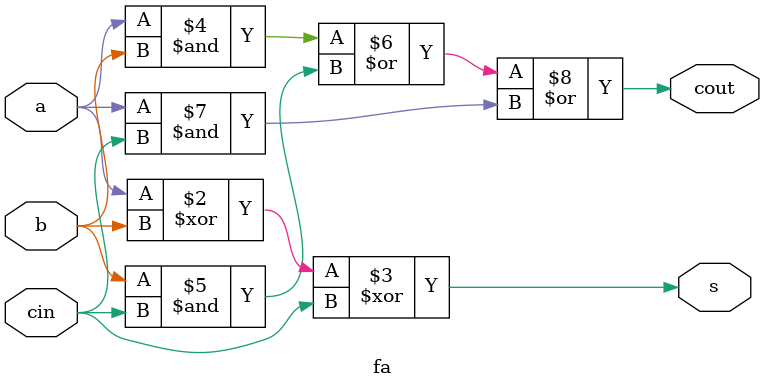
<source format=v>
module fa(input a,b,cin,output reg s,cout);

always@(a,b,cin)
begin
s=a^b^cin;
cout=a&b|b&cin|a&cin;
end
endmodule

</source>
